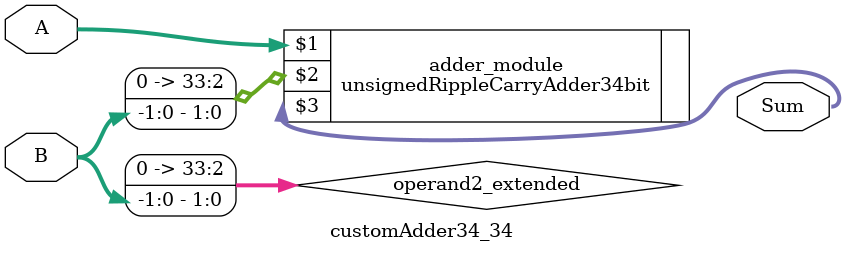
<source format=v>
module customAdder34_34(
                        input [33 : 0] A,
                        input [-1 : 0] B,
                        
                        output [34 : 0] Sum
                );

        wire [33 : 0] operand2_extended;
        
        assign operand2_extended =  {34'b0, B};
        
        unsignedRippleCarryAdder34bit adder_module(
            A,
            operand2_extended,
            Sum
        );
        
        endmodule
        
</source>
